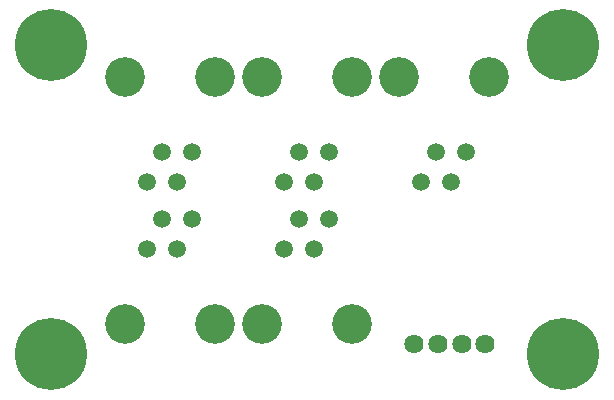
<source format=gbs>
G04 #@! TF.GenerationSoftware,KiCad,Pcbnew,6.0.5-a6ca702e91~116~ubuntu20.04.1*
G04 #@! TF.CreationDate,2022-05-16T19:37:38+02:00*
G04 #@! TF.ProjectId,1w-grove-v0.1,31772d67-726f-4766-952d-76302e312e6b,rev?*
G04 #@! TF.SameCoordinates,Original*
G04 #@! TF.FileFunction,Soldermask,Bot*
G04 #@! TF.FilePolarity,Negative*
%FSLAX46Y46*%
G04 Gerber Fmt 4.6, Leading zero omitted, Abs format (unit mm)*
G04 Created by KiCad (PCBNEW 6.0.5-a6ca702e91~116~ubuntu20.04.1) date 2022-05-16 19:37:38*
%MOMM*%
%LPD*%
G01*
G04 APERTURE LIST*
%ADD10C,6.102000*%
%ADD11C,3.353200*%
%ADD12C,1.499000*%
%ADD13C,1.626000*%
G04 APERTURE END LIST*
D10*
X53300000Y-53300000D03*
X53300000Y-79502000D03*
X96700000Y-53300000D03*
X96700000Y-79500000D03*
D11*
X78810000Y-56007000D03*
X71190000Y-56007000D03*
D12*
X76905000Y-62357000D03*
X75635000Y-64897000D03*
X74365000Y-62357000D03*
X73095000Y-64897000D03*
D11*
X90410000Y-56007000D03*
X82790000Y-56007000D03*
D12*
X88505000Y-62357000D03*
X87235000Y-64897000D03*
X85965000Y-62357000D03*
X84695000Y-64897000D03*
D11*
X67210000Y-76963000D03*
X59590000Y-76963000D03*
D12*
X61495000Y-70613000D03*
X62765000Y-68073000D03*
X64035000Y-70613000D03*
X65305000Y-68073000D03*
D11*
X67210000Y-56007000D03*
X59590000Y-56007000D03*
D12*
X65305000Y-62357000D03*
X64035000Y-64897000D03*
X62765000Y-62357000D03*
X61495000Y-64897000D03*
D13*
X84097000Y-78619000D03*
X86097000Y-78619000D03*
X88097000Y-78619000D03*
X90097000Y-78619000D03*
D11*
X71190000Y-76963000D03*
X78810000Y-76963000D03*
D12*
X73095000Y-70613000D03*
X74365000Y-68073000D03*
X75635000Y-70613000D03*
X76905000Y-68073000D03*
M02*

</source>
